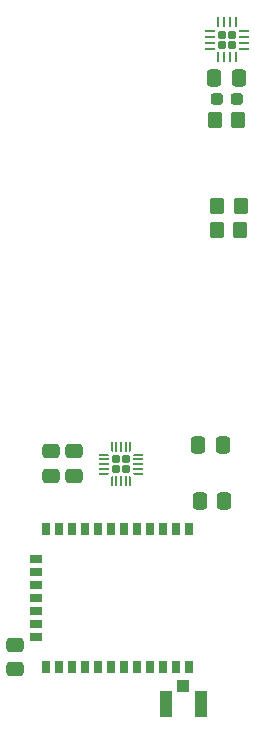
<source format=gtp>
G04 #@! TF.GenerationSoftware,KiCad,Pcbnew,8.0.2-8.0.2-0~ubuntu22.04.1*
G04 #@! TF.CreationDate,2024-05-31T22:19:47-06:00*
G04 #@! TF.ProjectId,sensor_sigfox_1.1,73656e73-6f72-45f7-9369-67666f785f31,rev?*
G04 #@! TF.SameCoordinates,Original*
G04 #@! TF.FileFunction,Paste,Top*
G04 #@! TF.FilePolarity,Positive*
%FSLAX46Y46*%
G04 Gerber Fmt 4.6, Leading zero omitted, Abs format (unit mm)*
G04 Created by KiCad (PCBNEW 8.0.2-8.0.2-0~ubuntu22.04.1) date 2024-05-31 22:19:47*
%MOMM*%
%LPD*%
G01*
G04 APERTURE LIST*
G04 Aperture macros list*
%AMRoundRect*
0 Rectangle with rounded corners*
0 $1 Rounding radius*
0 $2 $3 $4 $5 $6 $7 $8 $9 X,Y pos of 4 corners*
0 Add a 4 corners polygon primitive as box body*
4,1,4,$2,$3,$4,$5,$6,$7,$8,$9,$2,$3,0*
0 Add four circle primitives for the rounded corners*
1,1,$1+$1,$2,$3*
1,1,$1+$1,$4,$5*
1,1,$1+$1,$6,$7*
1,1,$1+$1,$8,$9*
0 Add four rect primitives between the rounded corners*
20,1,$1+$1,$2,$3,$4,$5,0*
20,1,$1+$1,$4,$5,$6,$7,0*
20,1,$1+$1,$6,$7,$8,$9,0*
20,1,$1+$1,$8,$9,$2,$3,0*%
%AMFreePoly0*
4,1,14,0.334644,0.085355,0.385355,0.034644,0.400000,-0.000711,0.400000,-0.050000,0.385355,-0.085355,0.350000,-0.100000,-0.350000,-0.100000,-0.385355,-0.085355,-0.400000,-0.050000,-0.400000,0.050000,-0.385355,0.085355,-0.350000,0.100000,0.299289,0.100000,0.334644,0.085355,0.334644,0.085355,$1*%
%AMFreePoly1*
4,1,14,0.385355,0.085355,0.400000,0.050000,0.400000,0.000711,0.385355,-0.034644,0.334644,-0.085355,0.299289,-0.100000,-0.350000,-0.100000,-0.385355,-0.085355,-0.400000,-0.050000,-0.400000,0.050000,-0.385355,0.085355,-0.350000,0.100000,0.350000,0.100000,0.385355,0.085355,0.385355,0.085355,$1*%
%AMFreePoly2*
4,1,14,0.085355,0.385355,0.100000,0.350000,0.100000,-0.350000,0.085355,-0.385355,0.050000,-0.400000,-0.050000,-0.400000,-0.085355,-0.385355,-0.100000,-0.350000,-0.100000,0.299289,-0.085355,0.334644,-0.034644,0.385355,0.000711,0.400000,0.050000,0.400000,0.085355,0.385355,0.085355,0.385355,$1*%
%AMFreePoly3*
4,1,14,0.034644,0.385355,0.085355,0.334644,0.100000,0.299289,0.100000,-0.350000,0.085355,-0.385355,0.050000,-0.400000,-0.050000,-0.400000,-0.085355,-0.385355,-0.100000,-0.350000,-0.100000,0.350000,-0.085355,0.385355,-0.050000,0.400000,-0.000711,0.400000,0.034644,0.385355,0.034644,0.385355,$1*%
%AMFreePoly4*
4,1,14,0.385355,0.085355,0.400000,0.050000,0.400000,-0.050000,0.385355,-0.085355,0.350000,-0.100000,-0.299289,-0.100000,-0.334644,-0.085355,-0.385355,-0.034644,-0.400000,0.000711,-0.400000,0.050000,-0.385355,0.085355,-0.350000,0.100000,0.350000,0.100000,0.385355,0.085355,0.385355,0.085355,$1*%
%AMFreePoly5*
4,1,14,0.385355,0.085355,0.400000,0.050000,0.400000,-0.050000,0.385355,-0.085355,0.350000,-0.100000,-0.350000,-0.100000,-0.385355,-0.085355,-0.400000,-0.050000,-0.400000,-0.000711,-0.385355,0.034644,-0.334644,0.085355,-0.299289,0.100000,0.350000,0.100000,0.385355,0.085355,0.385355,0.085355,$1*%
%AMFreePoly6*
4,1,14,0.085355,0.385355,0.100000,0.350000,0.100000,-0.299289,0.085355,-0.334644,0.034644,-0.385355,-0.000711,-0.400000,-0.050000,-0.400000,-0.085355,-0.385355,-0.100000,-0.350000,-0.100000,0.350000,-0.085355,0.385355,-0.050000,0.400000,0.050000,0.400000,0.085355,0.385355,0.085355,0.385355,$1*%
%AMFreePoly7*
4,1,14,0.085355,0.385355,0.100000,0.350000,0.100000,-0.350000,0.085355,-0.385355,0.050000,-0.400000,0.000711,-0.400000,-0.034644,-0.385355,-0.085355,-0.334644,-0.100000,-0.299289,-0.100000,0.350000,-0.085355,0.385355,-0.050000,0.400000,0.050000,0.400000,0.085355,0.385355,0.085355,0.385355,$1*%
G04 Aperture macros list end*
%ADD10RoundRect,0.250000X-0.475000X0.337500X-0.475000X-0.337500X0.475000X-0.337500X0.475000X0.337500X0*%
%ADD11RoundRect,0.172500X-0.172500X-0.172500X0.172500X-0.172500X0.172500X0.172500X-0.172500X0.172500X0*%
%ADD12RoundRect,0.062500X-0.350000X-0.062500X0.350000X-0.062500X0.350000X0.062500X-0.350000X0.062500X0*%
%ADD13RoundRect,0.062500X-0.062500X-0.350000X0.062500X-0.350000X0.062500X0.350000X-0.062500X0.350000X0*%
%ADD14RoundRect,0.250000X0.350000X0.450000X-0.350000X0.450000X-0.350000X-0.450000X0.350000X-0.450000X0*%
%ADD15RoundRect,0.250000X-0.337500X-0.475000X0.337500X-0.475000X0.337500X0.475000X-0.337500X0.475000X0*%
%ADD16RoundRect,0.250000X0.337500X0.475000X-0.337500X0.475000X-0.337500X-0.475000X0.337500X-0.475000X0*%
%ADD17RoundRect,0.250000X-0.350000X-0.450000X0.350000X-0.450000X0.350000X0.450000X-0.350000X0.450000X0*%
%ADD18R,0.700000X1.000000*%
%ADD19R,1.000000X0.700000*%
%ADD20R,1.000000X1.050000*%
%ADD21R,1.050000X2.200000*%
%ADD22RoundRect,0.237500X-0.287500X-0.237500X0.287500X-0.237500X0.287500X0.237500X-0.287500X0.237500X0*%
%ADD23FreePoly0,0.000000*%
%ADD24RoundRect,0.050000X-0.350000X-0.050000X0.350000X-0.050000X0.350000X0.050000X-0.350000X0.050000X0*%
%ADD25FreePoly1,0.000000*%
%ADD26FreePoly2,0.000000*%
%ADD27RoundRect,0.050000X-0.050000X-0.350000X0.050000X-0.350000X0.050000X0.350000X-0.050000X0.350000X0*%
%ADD28FreePoly3,0.000000*%
%ADD29FreePoly4,0.000000*%
%ADD30FreePoly5,0.000000*%
%ADD31FreePoly6,0.000000*%
%ADD32FreePoly7,0.000000*%
G04 APERTURE END LIST*
D10*
X124736000Y-73185000D03*
X124736000Y-75260000D03*
D11*
X137275000Y-37898000D03*
X137275000Y-38748000D03*
X138125000Y-37898000D03*
X138125000Y-38748000D03*
D12*
X136237500Y-37573000D03*
X136237500Y-38073000D03*
X136237500Y-38573000D03*
X136237500Y-39073000D03*
D13*
X136950000Y-39785500D03*
X137450000Y-39785500D03*
X137950000Y-39785500D03*
X138450000Y-39785500D03*
D12*
X139162500Y-39073000D03*
X139162500Y-38573000D03*
X139162500Y-38073000D03*
X139162500Y-37573000D03*
D13*
X138450000Y-36860500D03*
X137950000Y-36860500D03*
X137450000Y-36860500D03*
X136950000Y-36860500D03*
D10*
X122839000Y-73185500D03*
X122839000Y-75260500D03*
D14*
X138835000Y-54449000D03*
X136835000Y-54449000D03*
D15*
X136647000Y-41567000D03*
X138722000Y-41567000D03*
D16*
X137347000Y-72609000D03*
X135272000Y-72609000D03*
X137478000Y-77375000D03*
X135403000Y-77375000D03*
D17*
X136665000Y-45106000D03*
X138665000Y-45106000D03*
D10*
X119731000Y-89536500D03*
X119731000Y-91611500D03*
D18*
X134453000Y-79754000D03*
X133353000Y-79754000D03*
X132253000Y-79754000D03*
X131153000Y-79754000D03*
X130053000Y-79754000D03*
X128953000Y-79754000D03*
X127853000Y-79754000D03*
X126753000Y-79754000D03*
X125653000Y-79754000D03*
X124553000Y-79754000D03*
X123453000Y-79754000D03*
X122353000Y-79754000D03*
D19*
X121543000Y-82314000D03*
X121543000Y-83414000D03*
X121543000Y-84514000D03*
X121543000Y-85614000D03*
X121543000Y-86714000D03*
X121543000Y-87814000D03*
X121543000Y-88914000D03*
D18*
X122353000Y-91474000D03*
X123453000Y-91474000D03*
X124553000Y-91474000D03*
X125653000Y-91474000D03*
X126753000Y-91474000D03*
X127853000Y-91474000D03*
X128953000Y-91474000D03*
X130053000Y-91474000D03*
X131153000Y-91474000D03*
X132253000Y-91474000D03*
X133353000Y-91474000D03*
X134453000Y-91474000D03*
D20*
X133992000Y-93003000D03*
D21*
X135467000Y-94528000D03*
X132517000Y-94528000D03*
D22*
X136846000Y-43375000D03*
X138596000Y-43375000D03*
D14*
X138857000Y-52416000D03*
X136857000Y-52416000D03*
D11*
X128310000Y-73836000D03*
X128310000Y-74686000D03*
X129160000Y-73836000D03*
X129160000Y-74686000D03*
D23*
X127285000Y-73461000D03*
D24*
X127285000Y-73861000D03*
X127285000Y-74261000D03*
X127285000Y-74661000D03*
D25*
X127285000Y-75061000D03*
D26*
X127935000Y-75711000D03*
D27*
X128335000Y-75711000D03*
X128735000Y-75711000D03*
X129135000Y-75711000D03*
D28*
X129535000Y-75711000D03*
D29*
X130185000Y-75061000D03*
D24*
X130185000Y-74661000D03*
X130185000Y-74261000D03*
X130185000Y-73861000D03*
D30*
X130185000Y-73461000D03*
D31*
X129535000Y-72811000D03*
D27*
X129135000Y-72811000D03*
X128735000Y-72811000D03*
X128335000Y-72811000D03*
D32*
X127935000Y-72811000D03*
M02*

</source>
